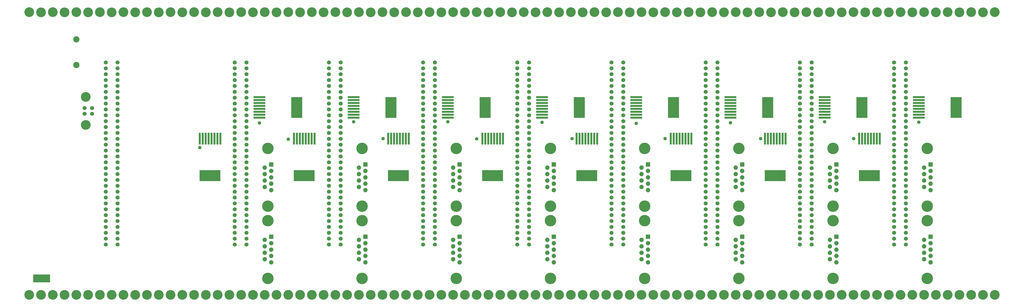
<source format=gbr>
G04 Layer_Color=16711935*
%FSLAX45Y45*%
%MOMM*%
%TF.FileFunction,Soldermask,Bot*%
%TF.Part,Single*%
G01*
G75*
%TA.AperFunction,NonConductor*%
%ADD27R,7.32000X3.41000*%
%TA.AperFunction,ComponentPad*%
%ADD28C,2.70320*%
%TA.AperFunction,ViaPad*%
%ADD29C,4.20320*%
%TA.AperFunction,ComponentPad*%
%ADD30C,1.72720*%
%ADD31C,4.20320*%
%ADD32C,4.96320*%
%ADD33R,1.89320X1.89320*%
%ADD34C,1.89320*%
%TA.AperFunction,ViaPad*%
%ADD35C,1.47320*%
%TA.AperFunction,SMDPad,CuDef*%
%ADD39R,9.00320X4.70320*%
%ADD40R,0.96320X5.20320*%
%ADD41R,4.70320X9.00320*%
%ADD42R,5.20320X0.96320*%
D27*
X5436600Y6369500D02*
D03*
D28*
X6934200Y15598140D02*
D03*
Y16710660D02*
D03*
D29*
X46050201Y5664200D02*
D03*
X45034201D02*
D03*
X44018201D02*
D03*
X43002200D02*
D03*
X41986200D02*
D03*
X40970200D02*
D03*
X39954199D02*
D03*
X38938199D02*
D03*
X37922198D02*
D03*
X36906201D02*
D03*
X35890201D02*
D03*
X34874200D02*
D03*
X33858200D02*
D03*
X32842200D02*
D03*
X31826199D02*
D03*
X30810199D02*
D03*
X29794199D02*
D03*
X28778201D02*
D03*
X27762201D02*
D03*
X26746201D02*
D03*
X25730200D02*
D03*
X24714200D02*
D03*
X23698199D02*
D03*
X22682201D02*
D03*
X21666200D02*
D03*
X20650200D02*
D03*
X19634200D02*
D03*
X18618201D02*
D03*
X17602200D02*
D03*
X16586200D02*
D03*
X15570200D02*
D03*
X14554201D02*
D03*
X13538200D02*
D03*
X12522200D02*
D03*
X11506200D02*
D03*
X10490200D02*
D03*
X9474200D02*
D03*
X8458200D02*
D03*
X7442200D02*
D03*
X6426200D02*
D03*
X5410200D02*
D03*
X46558200Y5661660D02*
D03*
X45542200D02*
D03*
X44526199D02*
D03*
X43510199D02*
D03*
X42494199D02*
D03*
X41478201D02*
D03*
X40462201D02*
D03*
X39446201D02*
D03*
X38430200D02*
D03*
X37414200D02*
D03*
X36398199D02*
D03*
X35382199D02*
D03*
X34366199D02*
D03*
X33350201D02*
D03*
X32334201D02*
D03*
X31318201D02*
D03*
X30302200D02*
D03*
X29286200D02*
D03*
X28270200D02*
D03*
X27254199D02*
D03*
X26238199D02*
D03*
X25222200D02*
D03*
X24206200D02*
D03*
X23190199D02*
D03*
X22174200D02*
D03*
X21158200D02*
D03*
X20142200D02*
D03*
X19126199D02*
D03*
X18110201D02*
D03*
X17094200D02*
D03*
X16078200D02*
D03*
X15062199D02*
D03*
X14046201D02*
D03*
X13030200D02*
D03*
X12014200D02*
D03*
X10998200D02*
D03*
X9982200D02*
D03*
X8966200D02*
D03*
X7950200D02*
D03*
X6934200D02*
D03*
X5918200D02*
D03*
X4902200D02*
D03*
X46050201Y17881599D02*
D03*
X45034201D02*
D03*
X44018201D02*
D03*
X43002200D02*
D03*
X41986200D02*
D03*
X40970200D02*
D03*
X39954199D02*
D03*
X38938199D02*
D03*
X37922198D02*
D03*
X36906201D02*
D03*
X35890201D02*
D03*
X34874200D02*
D03*
X33858200D02*
D03*
X32842200D02*
D03*
X31826199D02*
D03*
X30810199D02*
D03*
X29794199D02*
D03*
X28778201D02*
D03*
X27762201D02*
D03*
X26746201D02*
D03*
X25730200D02*
D03*
X24714200D02*
D03*
X23698199D02*
D03*
X22682201D02*
D03*
X21666200D02*
D03*
X20650200D02*
D03*
X19634200D02*
D03*
X18618201D02*
D03*
X17602200D02*
D03*
X16586200D02*
D03*
X15570200D02*
D03*
X14554201D02*
D03*
X13538200D02*
D03*
X12522200D02*
D03*
X11506200D02*
D03*
X10490200D02*
D03*
X9474200D02*
D03*
X8458200D02*
D03*
X7442200D02*
D03*
X6426200D02*
D03*
X5410200D02*
D03*
D03*
X46558200Y17884140D02*
D03*
X45542200D02*
D03*
X44526199D02*
D03*
X43510199D02*
D03*
X42494199D02*
D03*
X41478201D02*
D03*
X40462201D02*
D03*
X39446201D02*
D03*
X38430200D02*
D03*
X37414200D02*
D03*
X36398199D02*
D03*
X35382199D02*
D03*
X34366199D02*
D03*
X33350201D02*
D03*
X32334201D02*
D03*
X31318201D02*
D03*
X30302200D02*
D03*
X29286200D02*
D03*
X28270200D02*
D03*
X27254199D02*
D03*
X26238199D02*
D03*
X25222200D02*
D03*
X24206200D02*
D03*
X23190199D02*
D03*
X22174200D02*
D03*
X21158200D02*
D03*
X20142200D02*
D03*
X19126199D02*
D03*
X18110201D02*
D03*
X17094200D02*
D03*
X16078200D02*
D03*
X15062199D02*
D03*
X14046201D02*
D03*
X13030200D02*
D03*
X12014200D02*
D03*
X10998200D02*
D03*
X9982200D02*
D03*
X8966200D02*
D03*
X7950200D02*
D03*
X6934200D02*
D03*
X5918200D02*
D03*
X4902200D02*
D03*
D30*
X7289800Y13489400D02*
D03*
Y13739400D02*
D03*
X7610800D02*
D03*
Y13489400D02*
D03*
X42722800Y15709900D02*
D03*
Y15455901D02*
D03*
Y15201900D02*
D03*
Y14947900D02*
D03*
Y14693900D02*
D03*
Y14439900D02*
D03*
Y14185899D02*
D03*
Y13931900D02*
D03*
Y13677901D02*
D03*
Y13423900D02*
D03*
Y13169901D02*
D03*
Y12915900D02*
D03*
Y12661900D02*
D03*
Y12407900D02*
D03*
Y12153900D02*
D03*
Y11899900D02*
D03*
Y11645900D02*
D03*
Y11391900D02*
D03*
Y11137900D02*
D03*
Y10883900D02*
D03*
Y10629900D02*
D03*
Y10375900D02*
D03*
Y10121900D02*
D03*
Y9867900D02*
D03*
Y9613900D02*
D03*
Y9359900D02*
D03*
Y9105900D02*
D03*
Y8851900D02*
D03*
Y8597900D02*
D03*
Y8343900D02*
D03*
Y8089900D02*
D03*
Y7835900D02*
D03*
X42214801Y15709900D02*
D03*
Y15455901D02*
D03*
Y15201900D02*
D03*
Y14947900D02*
D03*
Y14693900D02*
D03*
Y14439900D02*
D03*
Y14185899D02*
D03*
Y13931900D02*
D03*
Y13677901D02*
D03*
Y13423900D02*
D03*
Y13169901D02*
D03*
Y12915900D02*
D03*
Y12661900D02*
D03*
Y12407900D02*
D03*
Y12153900D02*
D03*
Y11899900D02*
D03*
Y11645900D02*
D03*
Y11391900D02*
D03*
Y11137900D02*
D03*
Y10883900D02*
D03*
Y10629900D02*
D03*
Y10375900D02*
D03*
Y10121900D02*
D03*
Y9867900D02*
D03*
Y9613900D02*
D03*
Y9359900D02*
D03*
Y9105900D02*
D03*
Y8851900D02*
D03*
Y8597900D02*
D03*
Y8343900D02*
D03*
Y8089900D02*
D03*
Y7835900D02*
D03*
X38658801Y15709900D02*
D03*
Y15455901D02*
D03*
Y15201900D02*
D03*
Y14947900D02*
D03*
Y14693900D02*
D03*
Y14439900D02*
D03*
Y14185899D02*
D03*
Y13931900D02*
D03*
Y13677901D02*
D03*
Y13423900D02*
D03*
Y13169901D02*
D03*
Y12915900D02*
D03*
Y12661900D02*
D03*
Y12407900D02*
D03*
Y12153900D02*
D03*
Y11899900D02*
D03*
Y11645900D02*
D03*
Y11391900D02*
D03*
Y11137900D02*
D03*
Y10883900D02*
D03*
Y10629900D02*
D03*
Y10375900D02*
D03*
Y10121900D02*
D03*
Y9867900D02*
D03*
Y9613900D02*
D03*
Y9359900D02*
D03*
Y9105900D02*
D03*
Y8851900D02*
D03*
Y8597900D02*
D03*
Y8343900D02*
D03*
Y8089900D02*
D03*
Y7835900D02*
D03*
X38150800Y15709900D02*
D03*
Y15455901D02*
D03*
Y15201900D02*
D03*
Y14947900D02*
D03*
Y14693900D02*
D03*
Y14439900D02*
D03*
Y14185899D02*
D03*
Y13931900D02*
D03*
Y13677901D02*
D03*
Y13423900D02*
D03*
Y13169901D02*
D03*
Y12915900D02*
D03*
Y12661900D02*
D03*
Y12407900D02*
D03*
Y12153900D02*
D03*
Y11899900D02*
D03*
Y11645900D02*
D03*
Y11391900D02*
D03*
Y11137900D02*
D03*
Y10883900D02*
D03*
Y10629900D02*
D03*
Y10375900D02*
D03*
Y10121900D02*
D03*
Y9867900D02*
D03*
Y9613900D02*
D03*
Y9359900D02*
D03*
Y9105900D02*
D03*
Y8851900D02*
D03*
Y8597900D02*
D03*
Y8343900D02*
D03*
Y8089900D02*
D03*
Y7835900D02*
D03*
X34594800Y15709900D02*
D03*
Y15455901D02*
D03*
Y15201900D02*
D03*
Y14947900D02*
D03*
Y14693900D02*
D03*
Y14439900D02*
D03*
Y14185899D02*
D03*
Y13931900D02*
D03*
Y13677901D02*
D03*
Y13423900D02*
D03*
Y13169901D02*
D03*
Y12915900D02*
D03*
Y12661900D02*
D03*
Y12407900D02*
D03*
Y12153900D02*
D03*
Y11899900D02*
D03*
Y11645900D02*
D03*
Y11391900D02*
D03*
Y11137900D02*
D03*
Y10883900D02*
D03*
Y10629900D02*
D03*
Y10375900D02*
D03*
Y10121900D02*
D03*
Y9867900D02*
D03*
Y9613900D02*
D03*
Y9359900D02*
D03*
Y9105900D02*
D03*
Y8851900D02*
D03*
Y8597900D02*
D03*
Y8343900D02*
D03*
Y8089900D02*
D03*
Y7835900D02*
D03*
X34086801Y15709900D02*
D03*
Y15455901D02*
D03*
Y15201900D02*
D03*
Y14947900D02*
D03*
Y14693900D02*
D03*
Y14439900D02*
D03*
Y14185899D02*
D03*
Y13931900D02*
D03*
Y13677901D02*
D03*
Y13423900D02*
D03*
Y13169901D02*
D03*
Y12915900D02*
D03*
Y12661900D02*
D03*
Y12407900D02*
D03*
Y12153900D02*
D03*
Y11899900D02*
D03*
Y11645900D02*
D03*
Y11391900D02*
D03*
Y11137900D02*
D03*
Y10883900D02*
D03*
Y10629900D02*
D03*
Y10375900D02*
D03*
Y10121900D02*
D03*
Y9867900D02*
D03*
Y9613900D02*
D03*
Y9359900D02*
D03*
Y9105900D02*
D03*
Y8851900D02*
D03*
Y8597900D02*
D03*
Y8343900D02*
D03*
Y8089900D02*
D03*
Y7835900D02*
D03*
X30530801Y15709900D02*
D03*
Y15455901D02*
D03*
Y15201900D02*
D03*
Y14947900D02*
D03*
Y14693900D02*
D03*
Y14439900D02*
D03*
Y14185899D02*
D03*
Y13931900D02*
D03*
Y13677901D02*
D03*
Y13423900D02*
D03*
Y13169901D02*
D03*
Y12915900D02*
D03*
Y12661900D02*
D03*
Y12407900D02*
D03*
Y12153900D02*
D03*
Y11899900D02*
D03*
Y11645900D02*
D03*
Y11391900D02*
D03*
Y11137900D02*
D03*
Y10883900D02*
D03*
Y10629900D02*
D03*
Y10375900D02*
D03*
Y10121900D02*
D03*
Y9867900D02*
D03*
Y9613900D02*
D03*
Y9359900D02*
D03*
Y9105900D02*
D03*
Y8851900D02*
D03*
Y8597900D02*
D03*
Y8343900D02*
D03*
Y8089900D02*
D03*
Y7835900D02*
D03*
X30022800Y15709900D02*
D03*
Y15455901D02*
D03*
Y15201900D02*
D03*
Y14947900D02*
D03*
Y14693900D02*
D03*
Y14439900D02*
D03*
Y14185899D02*
D03*
Y13931900D02*
D03*
Y13677901D02*
D03*
Y13423900D02*
D03*
Y13169901D02*
D03*
Y12915900D02*
D03*
Y12661900D02*
D03*
Y12407900D02*
D03*
Y12153900D02*
D03*
Y11899900D02*
D03*
Y11645900D02*
D03*
Y11391900D02*
D03*
Y11137900D02*
D03*
Y10883900D02*
D03*
Y10629900D02*
D03*
Y10375900D02*
D03*
Y10121900D02*
D03*
Y9867900D02*
D03*
Y9613900D02*
D03*
Y9359900D02*
D03*
Y9105900D02*
D03*
Y8851900D02*
D03*
Y8597900D02*
D03*
Y8343900D02*
D03*
Y8089900D02*
D03*
Y7835900D02*
D03*
X26466800Y15709900D02*
D03*
Y15455901D02*
D03*
Y15201900D02*
D03*
Y14947900D02*
D03*
Y14693900D02*
D03*
Y14439900D02*
D03*
Y14185899D02*
D03*
Y13931900D02*
D03*
Y13677901D02*
D03*
Y13423900D02*
D03*
Y13169901D02*
D03*
Y12915900D02*
D03*
Y12661900D02*
D03*
Y12407900D02*
D03*
Y12153900D02*
D03*
Y11899900D02*
D03*
Y11645900D02*
D03*
Y11391900D02*
D03*
Y11137900D02*
D03*
Y10883900D02*
D03*
Y10629900D02*
D03*
Y10375900D02*
D03*
Y10121900D02*
D03*
Y9867900D02*
D03*
Y9613900D02*
D03*
Y9359900D02*
D03*
Y9105900D02*
D03*
Y8851900D02*
D03*
Y8597900D02*
D03*
Y8343900D02*
D03*
Y8089900D02*
D03*
Y7835900D02*
D03*
X25958801Y15709900D02*
D03*
Y15455901D02*
D03*
Y15201900D02*
D03*
Y14947900D02*
D03*
Y14693900D02*
D03*
Y14439900D02*
D03*
Y14185899D02*
D03*
Y13931900D02*
D03*
Y13677901D02*
D03*
Y13423900D02*
D03*
Y13169901D02*
D03*
Y12915900D02*
D03*
Y12661900D02*
D03*
Y12407900D02*
D03*
Y12153900D02*
D03*
Y11899900D02*
D03*
Y11645900D02*
D03*
Y11391900D02*
D03*
Y11137900D02*
D03*
Y10883900D02*
D03*
Y10629900D02*
D03*
Y10375900D02*
D03*
Y10121900D02*
D03*
Y9867900D02*
D03*
Y9613900D02*
D03*
Y9359900D02*
D03*
Y9105900D02*
D03*
Y8851900D02*
D03*
Y8597900D02*
D03*
Y8343900D02*
D03*
Y8089900D02*
D03*
Y7835900D02*
D03*
X22402800Y15709900D02*
D03*
Y15455901D02*
D03*
Y15201900D02*
D03*
Y14947900D02*
D03*
Y14693900D02*
D03*
Y14439900D02*
D03*
Y14185899D02*
D03*
Y13931900D02*
D03*
Y13677901D02*
D03*
Y13423900D02*
D03*
Y13169901D02*
D03*
Y12915900D02*
D03*
Y12661900D02*
D03*
Y12407900D02*
D03*
Y12153900D02*
D03*
Y11899900D02*
D03*
Y11645900D02*
D03*
Y11391900D02*
D03*
Y11137900D02*
D03*
Y10883900D02*
D03*
Y10629900D02*
D03*
Y10375900D02*
D03*
Y10121900D02*
D03*
Y9867900D02*
D03*
Y9613900D02*
D03*
Y9359900D02*
D03*
Y9105900D02*
D03*
Y8851900D02*
D03*
Y8597900D02*
D03*
Y8343900D02*
D03*
Y8089900D02*
D03*
Y7835900D02*
D03*
X21894800Y15709900D02*
D03*
Y15455901D02*
D03*
Y15201900D02*
D03*
Y14947900D02*
D03*
Y14693900D02*
D03*
Y14439900D02*
D03*
Y14185899D02*
D03*
Y13931900D02*
D03*
Y13677901D02*
D03*
Y13423900D02*
D03*
Y13169901D02*
D03*
Y12915900D02*
D03*
Y12661900D02*
D03*
Y12407900D02*
D03*
Y12153900D02*
D03*
Y11899900D02*
D03*
Y11645900D02*
D03*
Y11391900D02*
D03*
Y11137900D02*
D03*
Y10883900D02*
D03*
Y10629900D02*
D03*
Y10375900D02*
D03*
Y10121900D02*
D03*
Y9867900D02*
D03*
Y9613900D02*
D03*
Y9359900D02*
D03*
Y9105900D02*
D03*
Y8851900D02*
D03*
Y8597900D02*
D03*
Y8343900D02*
D03*
Y8089900D02*
D03*
Y7835900D02*
D03*
X18338800Y15709900D02*
D03*
Y15455901D02*
D03*
Y15201900D02*
D03*
Y14947900D02*
D03*
Y14693900D02*
D03*
Y14439900D02*
D03*
Y14185899D02*
D03*
Y13931900D02*
D03*
Y13677901D02*
D03*
Y13423900D02*
D03*
Y13169901D02*
D03*
Y12915900D02*
D03*
Y12661900D02*
D03*
Y12407900D02*
D03*
Y12153900D02*
D03*
Y11899900D02*
D03*
Y11645900D02*
D03*
Y11391900D02*
D03*
Y11137900D02*
D03*
Y10883900D02*
D03*
Y10629900D02*
D03*
Y10375900D02*
D03*
Y10121900D02*
D03*
Y9867900D02*
D03*
Y9613900D02*
D03*
Y9359900D02*
D03*
Y9105900D02*
D03*
Y8851900D02*
D03*
Y8597900D02*
D03*
Y8343900D02*
D03*
Y8089900D02*
D03*
Y7835900D02*
D03*
X17830800Y15709900D02*
D03*
Y15455901D02*
D03*
Y15201900D02*
D03*
Y14947900D02*
D03*
Y14693900D02*
D03*
Y14439900D02*
D03*
Y14185899D02*
D03*
Y13931900D02*
D03*
Y13677901D02*
D03*
Y13423900D02*
D03*
Y13169901D02*
D03*
Y12915900D02*
D03*
Y12661900D02*
D03*
Y12407900D02*
D03*
Y12153900D02*
D03*
Y11899900D02*
D03*
Y11645900D02*
D03*
Y11391900D02*
D03*
Y11137900D02*
D03*
Y10883900D02*
D03*
Y10629900D02*
D03*
Y10375900D02*
D03*
Y10121900D02*
D03*
Y9867900D02*
D03*
Y9613900D02*
D03*
Y9359900D02*
D03*
Y9105900D02*
D03*
Y8851900D02*
D03*
Y8597900D02*
D03*
Y8343900D02*
D03*
Y8089900D02*
D03*
Y7835900D02*
D03*
X8712200Y15709900D02*
D03*
Y15455901D02*
D03*
Y15201900D02*
D03*
Y14947900D02*
D03*
Y14693900D02*
D03*
Y14439900D02*
D03*
Y14185899D02*
D03*
Y13931900D02*
D03*
Y13677901D02*
D03*
Y13423900D02*
D03*
Y13169901D02*
D03*
Y12915900D02*
D03*
Y12661900D02*
D03*
Y12407900D02*
D03*
Y12153900D02*
D03*
Y11899900D02*
D03*
Y11645900D02*
D03*
Y11391900D02*
D03*
Y11137900D02*
D03*
Y10883900D02*
D03*
Y10629900D02*
D03*
Y10375900D02*
D03*
Y10121900D02*
D03*
Y9867900D02*
D03*
Y9613900D02*
D03*
Y9359900D02*
D03*
Y9105900D02*
D03*
Y8851900D02*
D03*
Y8597900D02*
D03*
Y8343900D02*
D03*
Y8089900D02*
D03*
Y7835900D02*
D03*
X8204200Y15709900D02*
D03*
Y15455901D02*
D03*
Y15201900D02*
D03*
Y14947900D02*
D03*
Y14693900D02*
D03*
Y14439900D02*
D03*
Y14185899D02*
D03*
Y13931900D02*
D03*
Y13677901D02*
D03*
Y13423900D02*
D03*
Y13169901D02*
D03*
Y12915900D02*
D03*
Y12661900D02*
D03*
Y12407900D02*
D03*
Y12153900D02*
D03*
Y11899900D02*
D03*
Y11645900D02*
D03*
Y11391900D02*
D03*
Y11137900D02*
D03*
Y10883900D02*
D03*
Y10629900D02*
D03*
Y10375900D02*
D03*
Y10121900D02*
D03*
Y9867900D02*
D03*
Y9613900D02*
D03*
Y9359900D02*
D03*
Y9105900D02*
D03*
Y8851900D02*
D03*
Y8597900D02*
D03*
Y8343900D02*
D03*
Y8089900D02*
D03*
Y7835900D02*
D03*
X14274800Y15709900D02*
D03*
Y15455901D02*
D03*
Y15201900D02*
D03*
Y14947900D02*
D03*
Y14693900D02*
D03*
Y14439900D02*
D03*
Y14185899D02*
D03*
Y13931900D02*
D03*
Y13677901D02*
D03*
Y13423900D02*
D03*
Y13169901D02*
D03*
Y12915900D02*
D03*
Y12661900D02*
D03*
Y12407900D02*
D03*
Y12153900D02*
D03*
Y11899900D02*
D03*
Y11645900D02*
D03*
Y11391900D02*
D03*
Y11137900D02*
D03*
Y10883900D02*
D03*
Y10629900D02*
D03*
Y10375900D02*
D03*
Y10121900D02*
D03*
Y9867900D02*
D03*
Y9613900D02*
D03*
Y9359900D02*
D03*
Y9105900D02*
D03*
Y8851900D02*
D03*
Y8597900D02*
D03*
Y8343900D02*
D03*
Y8089900D02*
D03*
Y7835900D02*
D03*
X13766800Y15709900D02*
D03*
Y15455901D02*
D03*
Y15201900D02*
D03*
Y14947900D02*
D03*
Y14693900D02*
D03*
Y14439900D02*
D03*
Y14185899D02*
D03*
Y13931900D02*
D03*
Y13677901D02*
D03*
Y13423900D02*
D03*
Y13169901D02*
D03*
Y12915900D02*
D03*
Y12661900D02*
D03*
Y12407900D02*
D03*
Y12153900D02*
D03*
Y11899900D02*
D03*
Y11645900D02*
D03*
Y11391900D02*
D03*
Y11137900D02*
D03*
Y10883900D02*
D03*
Y10629900D02*
D03*
Y10375900D02*
D03*
Y10121900D02*
D03*
Y9867900D02*
D03*
Y9613900D02*
D03*
Y9359900D02*
D03*
Y9105900D02*
D03*
Y8851900D02*
D03*
Y8597900D02*
D03*
Y8343900D02*
D03*
Y8089900D02*
D03*
Y7835900D02*
D03*
D31*
X7340300Y14216400D02*
D03*
Y13012399D02*
D03*
D32*
X15199400Y6370500D02*
D03*
Y8869500D02*
D03*
Y9494700D02*
D03*
Y11993700D02*
D03*
X19263400Y6370500D02*
D03*
Y8869500D02*
D03*
X23327400Y6370500D02*
D03*
Y8869500D02*
D03*
X27391400Y6370500D02*
D03*
Y8869500D02*
D03*
X31455399Y6370500D02*
D03*
Y8869500D02*
D03*
X35519400Y6370500D02*
D03*
Y8869500D02*
D03*
X39583401Y6370500D02*
D03*
Y8869500D02*
D03*
X43647400Y6370500D02*
D03*
Y8869500D02*
D03*
Y9494700D02*
D03*
Y11993700D02*
D03*
X39583401Y9494700D02*
D03*
Y11993700D02*
D03*
X35519400Y9494700D02*
D03*
Y11993700D02*
D03*
X31455399Y9494700D02*
D03*
Y11993700D02*
D03*
X27391400Y9494700D02*
D03*
Y11993700D02*
D03*
X23327400Y9494700D02*
D03*
Y11993700D02*
D03*
X19263400Y9494700D02*
D03*
Y11993700D02*
D03*
D33*
X15341400Y8174000D02*
D03*
Y11298200D02*
D03*
X19405400Y8174000D02*
D03*
X23469400D02*
D03*
X27533401D02*
D03*
X31597400D02*
D03*
X35661401D02*
D03*
X39725400D02*
D03*
X43789401D02*
D03*
Y11298200D02*
D03*
X39725400D02*
D03*
X35661401D02*
D03*
X31597400D02*
D03*
X27533401D02*
D03*
X23469400D02*
D03*
X19405400D02*
D03*
D34*
X15057401Y8035500D02*
D03*
X15341400Y7897000D02*
D03*
X15057401Y7758500D02*
D03*
X15341400Y7620000D02*
D03*
X15057401Y7481500D02*
D03*
X15341400Y7343000D02*
D03*
X15057401Y7204500D02*
D03*
X15341400Y7066000D02*
D03*
X15057401Y11159700D02*
D03*
X15341400Y11021200D02*
D03*
X15057401Y10882700D02*
D03*
X15341400Y10744200D02*
D03*
X15057401Y10605700D02*
D03*
X15341400Y10467200D02*
D03*
X15057401Y10328700D02*
D03*
X15341400Y10190200D02*
D03*
X19121400Y8035500D02*
D03*
X19405400Y7897000D02*
D03*
X19121400Y7758500D02*
D03*
X19405400Y7620000D02*
D03*
X19121400Y7481500D02*
D03*
X19405400Y7343000D02*
D03*
X19121400Y7204500D02*
D03*
X19405400Y7066000D02*
D03*
X23185400Y8035500D02*
D03*
X23469400Y7897000D02*
D03*
X23185400Y7758500D02*
D03*
X23469400Y7620000D02*
D03*
X23185400Y7481500D02*
D03*
X23469400Y7343000D02*
D03*
X23185400Y7204500D02*
D03*
X23469400Y7066000D02*
D03*
X27249399Y8035500D02*
D03*
X27533401Y7897000D02*
D03*
X27249399Y7758500D02*
D03*
X27533401Y7620000D02*
D03*
X27249399Y7481500D02*
D03*
X27533401Y7343000D02*
D03*
X27249399Y7204500D02*
D03*
X27533401Y7066000D02*
D03*
X31313400Y8035500D02*
D03*
X31597400Y7897000D02*
D03*
X31313400Y7758500D02*
D03*
X31597400Y7620000D02*
D03*
X31313400Y7481500D02*
D03*
X31597400Y7343000D02*
D03*
X31313400Y7204500D02*
D03*
X31597400Y7066000D02*
D03*
X35377399Y8035500D02*
D03*
X35661401Y7897000D02*
D03*
X35377399Y7758500D02*
D03*
X35661401Y7620000D02*
D03*
X35377399Y7481500D02*
D03*
X35661401Y7343000D02*
D03*
X35377399Y7204500D02*
D03*
X35661401Y7066000D02*
D03*
X39441400Y8035500D02*
D03*
X39725400Y7897000D02*
D03*
X39441400Y7758500D02*
D03*
X39725400Y7620000D02*
D03*
X39441400Y7481500D02*
D03*
X39725400Y7343000D02*
D03*
X39441400Y7204500D02*
D03*
X39725400Y7066000D02*
D03*
X43505399Y8035500D02*
D03*
X43789401Y7897000D02*
D03*
X43505399Y7758500D02*
D03*
X43789401Y7620000D02*
D03*
X43505399Y7481500D02*
D03*
X43789401Y7343000D02*
D03*
X43505399Y7204500D02*
D03*
X43789401Y7066000D02*
D03*
X43505399Y11159700D02*
D03*
X43789401Y11021200D02*
D03*
X43505399Y10882700D02*
D03*
X43789401Y10744200D02*
D03*
X43505399Y10605700D02*
D03*
X43789401Y10467200D02*
D03*
X43505399Y10328700D02*
D03*
X43789401Y10190200D02*
D03*
X39441400Y11159700D02*
D03*
X39725400Y11021200D02*
D03*
X39441400Y10882700D02*
D03*
X39725400Y10744200D02*
D03*
X39441400Y10605700D02*
D03*
X39725400Y10467200D02*
D03*
X39441400Y10328700D02*
D03*
X39725400Y10190200D02*
D03*
X35377399Y11159700D02*
D03*
X35661401Y11021200D02*
D03*
X35377399Y10882700D02*
D03*
X35661401Y10744200D02*
D03*
X35377399Y10605700D02*
D03*
X35661401Y10467200D02*
D03*
X35377399Y10328700D02*
D03*
X35661401Y10190200D02*
D03*
X31313400Y11159700D02*
D03*
X31597400Y11021200D02*
D03*
X31313400Y10882700D02*
D03*
X31597400Y10744200D02*
D03*
X31313400Y10605700D02*
D03*
X31597400Y10467200D02*
D03*
X31313400Y10328700D02*
D03*
X31597400Y10190200D02*
D03*
X27249399Y11159700D02*
D03*
X27533401Y11021200D02*
D03*
X27249399Y10882700D02*
D03*
X27533401Y10744200D02*
D03*
X27249399Y10605700D02*
D03*
X27533401Y10467200D02*
D03*
X27249399Y10328700D02*
D03*
X27533401Y10190200D02*
D03*
X23185400Y11159700D02*
D03*
X23469400Y11021200D02*
D03*
X23185400Y10882700D02*
D03*
X23469400Y10744200D02*
D03*
X23185400Y10605700D02*
D03*
X23469400Y10467200D02*
D03*
X23185400Y10328700D02*
D03*
X23469400Y10190200D02*
D03*
X19121400Y11159700D02*
D03*
X19405400Y11021200D02*
D03*
X19121400Y10882700D02*
D03*
X19405400Y10744200D02*
D03*
X19121400Y10605700D02*
D03*
X19405400Y10467200D02*
D03*
X19121400Y10328700D02*
D03*
X19405400Y10190200D02*
D03*
D35*
X43281601Y13131799D02*
D03*
X39217599Y13143800D02*
D03*
X35153601Y13106400D02*
D03*
X36460999Y12420600D02*
D03*
X40474200D02*
D03*
X32334201D02*
D03*
X31089600Y13081000D02*
D03*
X28320999Y12420600D02*
D03*
X27025601Y13118401D02*
D03*
X22961600Y13143800D02*
D03*
X24206200Y12408600D02*
D03*
X20167599Y12420600D02*
D03*
X18897600Y13143800D02*
D03*
X16078200Y12395200D02*
D03*
X14833600Y13092999D02*
D03*
X12255500Y12026900D02*
D03*
D39*
X41148001Y10815600D02*
D03*
X37084000D02*
D03*
X33020001D02*
D03*
X28956000D02*
D03*
X24892000D02*
D03*
X20828000D02*
D03*
X16764000D02*
D03*
X12700000D02*
D03*
D40*
X41592499Y12420600D02*
D03*
X41465500D02*
D03*
X41338501D02*
D03*
X41211499D02*
D03*
X41084500D02*
D03*
X40957501D02*
D03*
X40830499D02*
D03*
X40703500D02*
D03*
X37528500D02*
D03*
X37401501D02*
D03*
X37274500D02*
D03*
X37147501D02*
D03*
X37020499D02*
D03*
X36893500D02*
D03*
X36766501D02*
D03*
X36639499D02*
D03*
X33464499D02*
D03*
X33337500D02*
D03*
X33210501D02*
D03*
X33083499D02*
D03*
X32956500D02*
D03*
X32829501D02*
D03*
X32702499D02*
D03*
X32575500D02*
D03*
X29400500D02*
D03*
X29273499D02*
D03*
X29146500D02*
D03*
X29019501D02*
D03*
X28892499D02*
D03*
X28765500D02*
D03*
X28638501D02*
D03*
X28511499D02*
D03*
X25336501D02*
D03*
X25209500D02*
D03*
X25082500D02*
D03*
X24955499D02*
D03*
X24828500D02*
D03*
X24701500D02*
D03*
X24574500D02*
D03*
X24447501D02*
D03*
X21272501D02*
D03*
X21145500D02*
D03*
X21018500D02*
D03*
X20891499D02*
D03*
X20764500D02*
D03*
X20637500D02*
D03*
X20510500D02*
D03*
X20383501D02*
D03*
X17208501D02*
D03*
X17081500D02*
D03*
X16954500D02*
D03*
X16827499D02*
D03*
X16700500D02*
D03*
X16573500D02*
D03*
X16446500D02*
D03*
X16319501D02*
D03*
X13144501D02*
D03*
X13017500D02*
D03*
X12890500D02*
D03*
X12763500D02*
D03*
X12636500D02*
D03*
X12509500D02*
D03*
X12382500D02*
D03*
X12255500D02*
D03*
D41*
X44886600Y13766800D02*
D03*
X40822601D02*
D03*
X36758600D02*
D03*
X32694601D02*
D03*
X28630600D02*
D03*
X24566600D02*
D03*
X20502600D02*
D03*
X16438600D02*
D03*
D42*
X43281601Y14211301D02*
D03*
Y14084300D02*
D03*
Y13957300D02*
D03*
Y13830299D02*
D03*
Y13703300D02*
D03*
Y13576300D02*
D03*
Y13449300D02*
D03*
Y13322301D02*
D03*
X39217599Y14211301D02*
D03*
Y14084300D02*
D03*
Y13957300D02*
D03*
Y13830299D02*
D03*
Y13703300D02*
D03*
Y13576300D02*
D03*
Y13449300D02*
D03*
Y13322301D02*
D03*
X35153601Y14211301D02*
D03*
Y14084300D02*
D03*
Y13957300D02*
D03*
Y13830299D02*
D03*
Y13703300D02*
D03*
Y13576300D02*
D03*
Y13449300D02*
D03*
Y13322301D02*
D03*
X31089600Y14211301D02*
D03*
Y14084300D02*
D03*
Y13957300D02*
D03*
Y13830299D02*
D03*
Y13703300D02*
D03*
Y13576300D02*
D03*
Y13449300D02*
D03*
Y13322301D02*
D03*
X27025601Y14211301D02*
D03*
Y14084300D02*
D03*
Y13957300D02*
D03*
Y13830299D02*
D03*
Y13703300D02*
D03*
Y13576300D02*
D03*
Y13449300D02*
D03*
Y13322301D02*
D03*
X22961600Y14211301D02*
D03*
Y14084300D02*
D03*
Y13957300D02*
D03*
Y13830299D02*
D03*
Y13703300D02*
D03*
Y13576300D02*
D03*
Y13449300D02*
D03*
Y13322301D02*
D03*
X18897600Y14211301D02*
D03*
Y14084300D02*
D03*
Y13957300D02*
D03*
Y13830299D02*
D03*
Y13703300D02*
D03*
Y13576300D02*
D03*
Y13449300D02*
D03*
Y13322301D02*
D03*
X14833600Y14211301D02*
D03*
Y14084300D02*
D03*
Y13957300D02*
D03*
Y13830299D02*
D03*
Y13703300D02*
D03*
Y13576300D02*
D03*
Y13449300D02*
D03*
Y13322301D02*
D03*
%TF.MD5,5533337a3373671e6552a05671ad1a96*%
M02*

</source>
